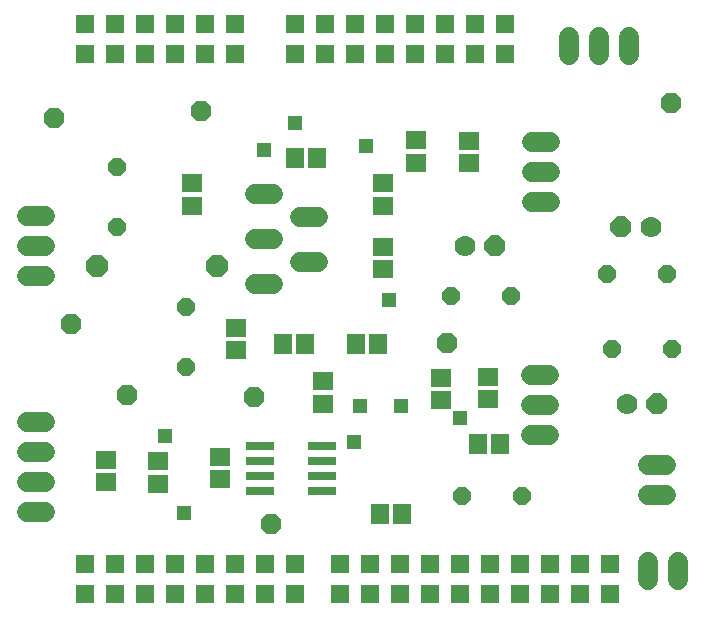
<source format=gts>
G75*
%MOIN*%
%OFA0B0*%
%FSLAX25Y25*%
%IPPOS*%
%LPD*%
%AMOC8*
5,1,8,0,0,1.08239X$1,22.5*
%
%ADD10C,0.06800*%
%ADD11R,0.09461X0.03162*%
%ADD12R,0.06706X0.05918*%
%ADD13OC8,0.07296*%
%ADD14R,0.05918X0.06706*%
%ADD15C,0.07000*%
%ADD16OC8,0.07000*%
%ADD17R,0.06343X0.06343*%
%ADD18OC8,0.06000*%
%ADD19OC8,0.06800*%
%ADD20R,0.04762X0.04762*%
D10*
X0124044Y0074528D02*
X0130044Y0074528D01*
X0130044Y0084528D02*
X0124044Y0084528D01*
X0124044Y0094528D02*
X0130044Y0094528D01*
X0130044Y0104528D02*
X0124044Y0104528D01*
X0124044Y0153425D02*
X0130044Y0153425D01*
X0130044Y0163425D02*
X0124044Y0163425D01*
X0124044Y0173425D02*
X0130044Y0173425D01*
X0200036Y0180557D02*
X0206036Y0180557D01*
X0215036Y0173057D02*
X0221036Y0173057D01*
X0206036Y0165557D02*
X0200036Y0165557D01*
X0215036Y0158057D02*
X0221036Y0158057D01*
X0206036Y0150557D02*
X0200036Y0150557D01*
X0292501Y0177882D02*
X0298501Y0177882D01*
X0298501Y0187882D02*
X0292501Y0187882D01*
X0292501Y0197882D02*
X0298501Y0197882D01*
X0304839Y0227079D02*
X0304839Y0233079D01*
X0314839Y0233079D02*
X0314839Y0227079D01*
X0324839Y0227079D02*
X0324839Y0233079D01*
X0298003Y0120476D02*
X0292003Y0120476D01*
X0292003Y0110476D02*
X0298003Y0110476D01*
X0298003Y0100476D02*
X0292003Y0100476D01*
X0330973Y0090276D02*
X0336973Y0090276D01*
X0336973Y0080276D02*
X0330973Y0080276D01*
X0330942Y0058000D02*
X0330942Y0052000D01*
X0340942Y0052000D02*
X0340942Y0058000D01*
D11*
X0222329Y0081654D03*
X0222329Y0086654D03*
X0222329Y0091654D03*
X0222329Y0096654D03*
X0201857Y0096654D03*
X0201857Y0091654D03*
X0201857Y0086654D03*
X0201857Y0081654D03*
D12*
X0188471Y0085610D03*
X0188471Y0093091D03*
X0167595Y0091535D03*
X0167595Y0084055D03*
X0150390Y0084528D03*
X0150390Y0092008D03*
X0193607Y0128549D03*
X0193607Y0136029D03*
X0222556Y0118228D03*
X0222556Y0110748D03*
X0261893Y0111846D03*
X0261893Y0119326D03*
X0277759Y0119641D03*
X0277759Y0112161D03*
X0242820Y0155557D03*
X0242820Y0163037D03*
X0242662Y0176738D03*
X0242662Y0184218D03*
X0253831Y0191126D03*
X0253831Y0198606D03*
X0271430Y0198370D03*
X0271430Y0190890D03*
X0179204Y0184201D03*
X0179204Y0176721D03*
D13*
X0187426Y0156777D03*
X0147426Y0156777D03*
D14*
X0209377Y0130531D03*
X0216857Y0130531D03*
X0233707Y0130650D03*
X0241188Y0130650D03*
X0274334Y0097161D03*
X0281814Y0097161D03*
X0249091Y0074134D03*
X0241611Y0074134D03*
X0220745Y0192717D03*
X0213264Y0192717D03*
D15*
X0270131Y0163331D03*
X0331942Y0169709D03*
X0324051Y0110555D03*
D16*
X0334051Y0110555D03*
X0280131Y0163331D03*
X0321942Y0169709D03*
D17*
X0283225Y0227402D03*
X0273225Y0227402D03*
X0273225Y0237402D03*
X0283225Y0237402D03*
X0263225Y0237402D03*
X0253225Y0237402D03*
X0243225Y0237402D03*
X0233225Y0237402D03*
X0223225Y0237402D03*
X0213225Y0237402D03*
X0213225Y0227402D03*
X0223225Y0227402D03*
X0233225Y0227402D03*
X0243225Y0227402D03*
X0253225Y0227402D03*
X0263225Y0227402D03*
X0193225Y0227402D03*
X0193225Y0237402D03*
X0183225Y0237402D03*
X0173225Y0237402D03*
X0163225Y0237402D03*
X0153225Y0237402D03*
X0143225Y0237402D03*
X0143225Y0227402D03*
X0153225Y0227402D03*
X0163225Y0227402D03*
X0173225Y0227402D03*
X0183225Y0227402D03*
X0183225Y0057402D03*
X0173225Y0057402D03*
X0163225Y0057402D03*
X0153225Y0057402D03*
X0143225Y0057402D03*
X0143225Y0047402D03*
X0153225Y0047402D03*
X0163225Y0047402D03*
X0173225Y0047402D03*
X0183225Y0047402D03*
X0193225Y0047402D03*
X0203225Y0047402D03*
X0203225Y0057402D03*
X0193225Y0057402D03*
X0213225Y0057402D03*
X0213225Y0047402D03*
X0228225Y0047402D03*
X0238225Y0047402D03*
X0238225Y0057402D03*
X0228225Y0057402D03*
X0248225Y0057402D03*
X0258225Y0057402D03*
X0268225Y0057402D03*
X0278225Y0057402D03*
X0288225Y0057402D03*
X0298225Y0057402D03*
X0308225Y0057402D03*
X0318225Y0057402D03*
X0318225Y0047402D03*
X0308225Y0047402D03*
X0298225Y0047402D03*
X0288225Y0047402D03*
X0278225Y0047402D03*
X0268225Y0047402D03*
X0258225Y0047402D03*
X0248225Y0047402D03*
D18*
X0269019Y0079925D03*
X0289019Y0079925D03*
X0319019Y0128941D03*
X0339019Y0128941D03*
X0337469Y0153984D03*
X0317469Y0153984D03*
X0285501Y0146504D03*
X0265501Y0146504D03*
X0177162Y0143110D03*
X0177162Y0123110D03*
X0153934Y0169567D03*
X0153934Y0189567D03*
D19*
X0133068Y0205945D03*
X0181886Y0208307D03*
X0138579Y0137441D03*
X0157477Y0113819D03*
X0199603Y0113031D03*
X0205509Y0070512D03*
X0264170Y0131142D03*
X0338579Y0211063D03*
D20*
X0244879Y0145315D03*
X0248816Y0109882D03*
X0235036Y0109882D03*
X0233068Y0098071D03*
X0268501Y0105945D03*
X0176375Y0074449D03*
X0170075Y0100039D03*
X0203146Y0195315D03*
X0213383Y0204370D03*
X0237005Y0196496D03*
M02*

</source>
